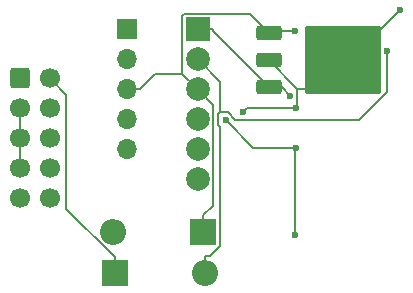
<source format=gbr>
%TF.GenerationSoftware,KiCad,Pcbnew,8.0.4*%
%TF.CreationDate,2024-08-16T22:24:09+02:00*%
%TF.ProjectId,breakout_pwr,62726561-6b6f-4757-945f-7077722e6b69,rev?*%
%TF.SameCoordinates,Original*%
%TF.FileFunction,Copper,L2,Bot*%
%TF.FilePolarity,Positive*%
%FSLAX46Y46*%
G04 Gerber Fmt 4.6, Leading zero omitted, Abs format (unit mm)*
G04 Created by KiCad (PCBNEW 8.0.4) date 2024-08-16 22:24:09*
%MOMM*%
%LPD*%
G01*
G04 APERTURE LIST*
G04 Aperture macros list*
%AMRoundRect*
0 Rectangle with rounded corners*
0 $1 Rounding radius*
0 $2 $3 $4 $5 $6 $7 $8 $9 X,Y pos of 4 corners*
0 Add a 4 corners polygon primitive as box body*
4,1,4,$2,$3,$4,$5,$6,$7,$8,$9,$2,$3,0*
0 Add four circle primitives for the rounded corners*
1,1,$1+$1,$2,$3*
1,1,$1+$1,$4,$5*
1,1,$1+$1,$6,$7*
1,1,$1+$1,$8,$9*
0 Add four rect primitives between the rounded corners*
20,1,$1+$1,$2,$3,$4,$5,0*
20,1,$1+$1,$4,$5,$6,$7,0*
20,1,$1+$1,$6,$7,$8,$9,0*
20,1,$1+$1,$8,$9,$2,$3,0*%
G04 Aperture macros list end*
%TA.AperFunction,ComponentPad*%
%ADD10R,1.700000X1.700000*%
%TD*%
%TA.AperFunction,ComponentPad*%
%ADD11O,1.700000X1.700000*%
%TD*%
%TA.AperFunction,ComponentPad*%
%ADD12RoundRect,0.250000X-0.600000X-0.600000X0.600000X-0.600000X0.600000X0.600000X-0.600000X0.600000X0*%
%TD*%
%TA.AperFunction,ComponentPad*%
%ADD13C,1.700000*%
%TD*%
%TA.AperFunction,ComponentPad*%
%ADD14R,2.200000X2.200000*%
%TD*%
%TA.AperFunction,ComponentPad*%
%ADD15O,2.200000X2.200000*%
%TD*%
%TA.AperFunction,ComponentPad*%
%ADD16R,2.000000X2.000000*%
%TD*%
%TA.AperFunction,ComponentPad*%
%ADD17C,2.000000*%
%TD*%
%TA.AperFunction,SMDPad,CuDef*%
%ADD18RoundRect,0.250000X-0.850000X-0.350000X0.850000X-0.350000X0.850000X0.350000X-0.850000X0.350000X0*%
%TD*%
%TA.AperFunction,SMDPad,CuDef*%
%ADD19RoundRect,0.250000X-1.275000X-1.125000X1.275000X-1.125000X1.275000X1.125000X-1.275000X1.125000X0*%
%TD*%
%TA.AperFunction,SMDPad,CuDef*%
%ADD20RoundRect,0.249997X-2.950003X-2.650003X2.950003X-2.650003X2.950003X2.650003X-2.950003X2.650003X0*%
%TD*%
%TA.AperFunction,ViaPad*%
%ADD21C,0.600000*%
%TD*%
%TA.AperFunction,Conductor*%
%ADD22C,0.200000*%
%TD*%
G04 APERTURE END LIST*
D10*
%TO.P,J1,1,Pin_1*%
%TO.N,GND*%
X145000000Y-43340000D03*
D11*
%TO.P,J1,2,Pin_2*%
%TO.N,/-12V_PWR*%
X145000000Y-45880000D03*
%TO.P,J1,3,Pin_3*%
%TO.N,/+12V_PWR*%
X145000000Y-48420000D03*
%TO.P,J1,4,Pin_4*%
%TO.N,/+3V3_PWR*%
X145000000Y-50960000D03*
%TO.P,J1,5,Pin_5*%
%TO.N,/+5V_PWR*%
X145000000Y-53500000D03*
%TD*%
D12*
%TO.P,J2,1,Pin_1*%
%TO.N,unconnected-(J2-Pin_1-Pad1)*%
X135960000Y-47500000D03*
D13*
%TO.P,J2,2,Pin_2*%
%TO.N,Net-(D2-K)*%
X138500000Y-47500000D03*
%TO.P,J2,3,Pin_3*%
%TO.N,GND*%
X135960000Y-50040000D03*
%TO.P,J2,4,Pin_4*%
%TO.N,unconnected-(J2-Pin_4-Pad4)*%
X138500000Y-50040000D03*
%TO.P,J2,5,Pin_5*%
%TO.N,GND*%
X135960000Y-52580000D03*
%TO.P,J2,6,Pin_6*%
%TO.N,unconnected-(J2-Pin_6-Pad6)*%
X138500000Y-52580000D03*
%TO.P,J2,7,Pin_7*%
%TO.N,GND*%
X135960000Y-55120000D03*
%TO.P,J2,8,Pin_8*%
%TO.N,unconnected-(J2-Pin_8-Pad8)*%
X138500000Y-55120000D03*
%TO.P,J2,9,Pin_9*%
%TO.N,unconnected-(J2-Pin_9-Pad9)*%
X135960000Y-57660000D03*
%TO.P,J2,10,Pin_10*%
%TO.N,Net-(D1-A)*%
X138500000Y-57660000D03*
%TD*%
D14*
%TO.P,D1,1,K*%
%TO.N,/+12V_PWR*%
X151500000Y-60500000D03*
D15*
%TO.P,D1,2,A*%
%TO.N,Net-(D1-A)*%
X143880000Y-60500000D03*
%TD*%
D16*
%TO.P,J3,1,Pin_1*%
%TO.N,GND*%
X151000000Y-43380000D03*
D17*
%TO.P,J3,2,Pin_2*%
%TO.N,/-12V_PWR*%
X151000000Y-45920000D03*
%TO.P,J3,3,Pin_3*%
%TO.N,/+12V_PWR*%
X151000000Y-48460000D03*
%TO.P,J3,4,Pin_4*%
%TO.N,/+3V3_PWR*%
X151000000Y-51000000D03*
%TO.P,J3,5,Pin_5*%
%TO.N,/+5V_PWR*%
X151000000Y-53540000D03*
%TO.P,J3,6*%
%TO.N,N/C*%
X151000000Y-56080000D03*
%TD*%
D14*
%TO.P,D2,1,K*%
%TO.N,Net-(D2-K)*%
X144000000Y-64000000D03*
D15*
%TO.P,D2,2,A*%
%TO.N,/-12V_PWR*%
X151620000Y-64000000D03*
%TD*%
D18*
%TO.P,U1,1,GND*%
%TO.N,GND*%
X157025000Y-48255000D03*
%TO.P,U1,2,VO*%
%TO.N,/+5V_PWR*%
X157025000Y-45975000D03*
D19*
X161650000Y-44450000D03*
X161650000Y-47500000D03*
D20*
X163325000Y-45975000D03*
D19*
X165000000Y-44450000D03*
X165000000Y-47500000D03*
D18*
%TO.P,U1,3,VI*%
%TO.N,/+12V_PWR*%
X157025000Y-43695000D03*
%TD*%
D21*
%TO.N,/+3V3_PWR*%
X159359400Y-53384100D03*
X153378700Y-51038800D03*
X159218800Y-60794700D03*
%TO.N,/-12V_PWR*%
X167036700Y-45187000D03*
%TO.N,/+5V_PWR*%
X159333300Y-49995000D03*
X168114100Y-41764700D03*
X154811500Y-50391400D03*
%TO.N,/+12V_PWR*%
X159233400Y-43500400D03*
%TO.N,GND*%
X158863000Y-48985400D03*
%TD*%
D22*
%TO.N,Net-(D2-K)*%
X139889800Y-48889800D02*
X138500000Y-47500000D01*
X139889800Y-58575700D02*
X139889800Y-48889800D01*
X143912400Y-62598300D02*
X139889800Y-58575700D01*
X144000000Y-62598300D02*
X143912400Y-62598300D01*
X144000000Y-64000000D02*
X144000000Y-62598300D01*
%TO.N,/+3V3_PWR*%
X159218800Y-53384100D02*
X159218800Y-60794700D01*
X155724000Y-53384100D02*
X159218800Y-53384100D01*
X153378700Y-51038800D02*
X155724000Y-53384100D01*
X159218800Y-53384100D02*
X159359400Y-53384100D01*
%TO.N,/-12V_PWR*%
X151620000Y-64000000D02*
X151620000Y-62598300D01*
X152929200Y-47849200D02*
X152929200Y-50366200D01*
X151000000Y-45920000D02*
X152929200Y-47849200D01*
X152075300Y-62598300D02*
X151620000Y-62598300D01*
X152929200Y-61744400D02*
X152075300Y-62598300D01*
X152929200Y-51648500D02*
X152929200Y-61744400D01*
X152743200Y-51462500D02*
X152929200Y-51648500D01*
X152743200Y-50552200D02*
X152743200Y-51462500D01*
X152929200Y-50366200D02*
X152743200Y-50552200D01*
X153557000Y-50366200D02*
X152929200Y-50366200D01*
X154212100Y-51021300D02*
X153557000Y-50366200D01*
X164679600Y-51021300D02*
X154212100Y-51021300D01*
X167036700Y-48664200D02*
X164679600Y-51021300D01*
X167036700Y-45187000D02*
X167036700Y-48664200D01*
%TO.N,/+5V_PWR*%
X163325000Y-45975000D02*
X163175000Y-45975000D01*
X163175000Y-45975000D02*
X161650000Y-44450000D01*
X165428800Y-44450000D02*
X165000000Y-44450000D01*
X168114100Y-41764700D02*
X165428800Y-44450000D01*
X165000000Y-47500000D02*
X163475000Y-45975000D01*
X163325000Y-45975000D02*
X163475000Y-45975000D01*
X163475000Y-45975000D02*
X165000000Y-44450000D01*
X155207900Y-49995000D02*
X154811500Y-50391400D01*
X159333300Y-49995000D02*
X155207900Y-49995000D01*
X163175000Y-45975000D02*
X161650000Y-47500000D01*
X160735200Y-48414800D02*
X159464800Y-48414800D01*
X161650000Y-47500000D02*
X160735200Y-48414800D01*
X157025000Y-45975000D02*
X159464800Y-48414800D01*
X159464800Y-49863500D02*
X159333300Y-49995000D01*
X159464800Y-48414800D02*
X159464800Y-49863500D01*
%TO.N,/+12V_PWR*%
X152303200Y-58295100D02*
X151500000Y-59098300D01*
X152303200Y-49763200D02*
X152303200Y-58295100D01*
X151000000Y-48460000D02*
X152303200Y-49763200D01*
X151500000Y-60500000D02*
X151500000Y-59098300D01*
X145000000Y-48420000D02*
X146151700Y-48420000D01*
X147439200Y-47132500D02*
X146151700Y-48420000D01*
X149672500Y-47132500D02*
X147439200Y-47132500D01*
X149672500Y-42265100D02*
X149672500Y-47132500D01*
X149859300Y-42078300D02*
X149672500Y-42265100D01*
X155408300Y-42078300D02*
X149859300Y-42078300D01*
X157025000Y-43695000D02*
X155408300Y-42078300D01*
X149672500Y-47132500D02*
X151000000Y-48460000D01*
X157219600Y-43500400D02*
X157025000Y-43695000D01*
X159233400Y-43500400D02*
X157219600Y-43500400D01*
%TO.N,GND*%
X135960000Y-55120000D02*
X135960000Y-52580000D01*
X135960000Y-52580000D02*
X135960000Y-50040000D01*
X151000000Y-43380000D02*
X152301700Y-43380000D01*
X152301700Y-43531700D02*
X157025000Y-48255000D01*
X152301700Y-43380000D02*
X152301700Y-43531700D01*
X158132600Y-48255000D02*
X158863000Y-48985400D01*
X157025000Y-48255000D02*
X158132600Y-48255000D01*
%TD*%
M02*

</source>
